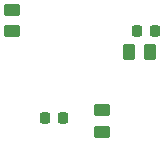
<source format=gbr>
G04 #@! TF.GenerationSoftware,KiCad,Pcbnew,6.0.4+dfsg-1*
G04 #@! TF.CreationDate,2022-04-07T16:59:09-04:00*
G04 #@! TF.ProjectId,PortaNet,506f7274-614e-4657-942e-6b696361645f,rev?*
G04 #@! TF.SameCoordinates,Original*
G04 #@! TF.FileFunction,Paste,Bot*
G04 #@! TF.FilePolarity,Positive*
%FSLAX46Y46*%
G04 Gerber Fmt 4.6, Leading zero omitted, Abs format (unit mm)*
G04 Created by KiCad (PCBNEW 6.0.4+dfsg-1) date 2022-04-07 16:59:09*
%MOMM*%
%LPD*%
G01*
G04 APERTURE LIST*
G04 Aperture macros list*
%AMRoundRect*
0 Rectangle with rounded corners*
0 $1 Rounding radius*
0 $2 $3 $4 $5 $6 $7 $8 $9 X,Y pos of 4 corners*
0 Add a 4 corners polygon primitive as box body*
4,1,4,$2,$3,$4,$5,$6,$7,$8,$9,$2,$3,0*
0 Add four circle primitives for the rounded corners*
1,1,$1+$1,$2,$3*
1,1,$1+$1,$4,$5*
1,1,$1+$1,$6,$7*
1,1,$1+$1,$8,$9*
0 Add four rect primitives between the rounded corners*
20,1,$1+$1,$2,$3,$4,$5,0*
20,1,$1+$1,$4,$5,$6,$7,0*
20,1,$1+$1,$6,$7,$8,$9,0*
20,1,$1+$1,$8,$9,$2,$3,0*%
G04 Aperture macros list end*
%ADD10RoundRect,0.250000X0.450000X-0.262500X0.450000X0.262500X-0.450000X0.262500X-0.450000X-0.262500X0*%
%ADD11RoundRect,0.225000X-0.225000X-0.250000X0.225000X-0.250000X0.225000X0.250000X-0.225000X0.250000X0*%
%ADD12RoundRect,0.250000X-0.450000X0.262500X-0.450000X-0.262500X0.450000X-0.262500X0.450000X0.262500X0*%
%ADD13RoundRect,0.225000X0.225000X0.250000X-0.225000X0.250000X-0.225000X-0.250000X0.225000X-0.250000X0*%
%ADD14RoundRect,0.250000X-0.262500X-0.450000X0.262500X-0.450000X0.262500X0.450000X-0.262500X0.450000X0*%
G04 APERTURE END LIST*
D10*
X146939000Y-67413500D03*
X146939000Y-69238500D03*
D11*
X157467000Y-69215000D03*
X159017000Y-69215000D03*
D12*
X154559000Y-75922500D03*
X154559000Y-77747500D03*
D13*
X151270000Y-76581000D03*
X149720000Y-76581000D03*
D14*
X156821500Y-70993000D03*
X158646500Y-70993000D03*
M02*

</source>
